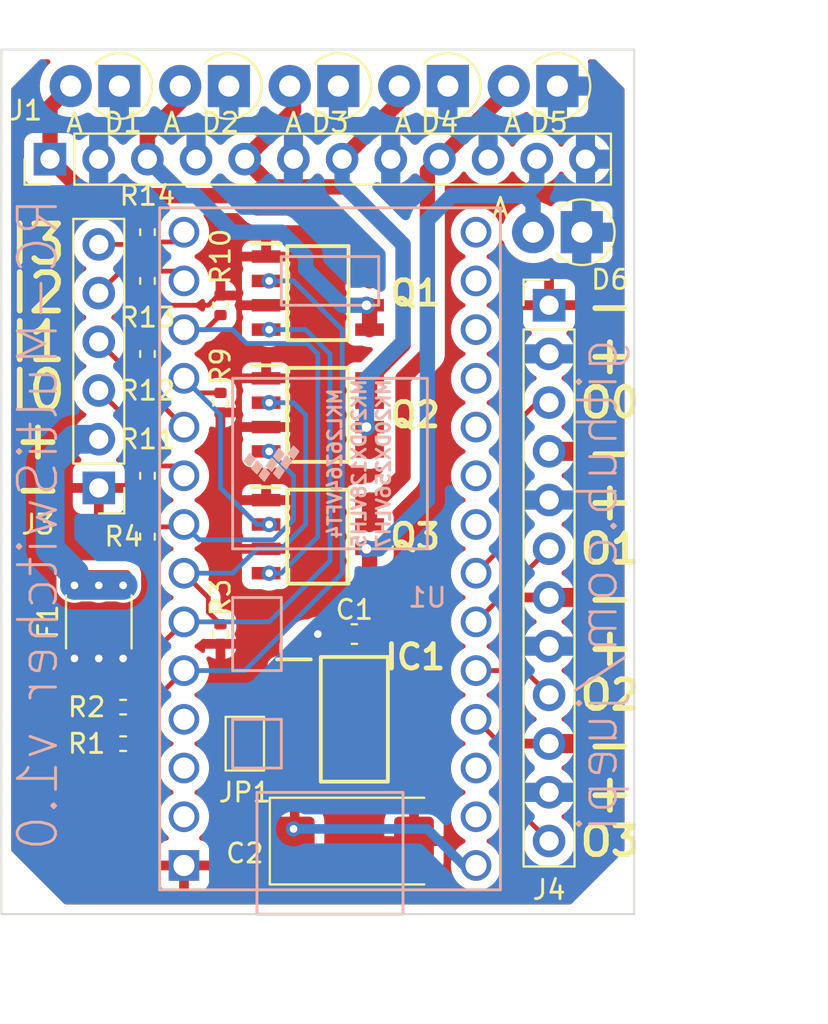
<source format=kicad_pcb>
(kicad_pcb (version 20211014) (generator pcbnew)
  (layers (0 "F.Cu" signal) (31 "B.Cu" signal) (34 "B.Paste" user) (35 "F.Paste" user) (36 "B.SilkS" user "B.Silkscreen") (37 "F.SilkS" user "F.Silkscreen") (38 "B.Mask" user) (39 "F.Mask" user) (44 "Edge.Cuts" user))
  (net 0 "")
  (net 1 "+6V")
  (net 2 "GND")
  (net 3 "+5V")
  (net 4 "/PWR-IN")
  (net 5 "/I-SRV0")
  (net 6 "/I-SRV1")
  (net 7 "/I-SRV2")
  (net 8 "/I-SRV3")
  (net 9 "/O-SRV0")
  (net 10 "/O-SRV1")
  (net 11 "/O-SRV2")
  (net 12 "/O-SRV3")
  (net 25 "Net-(Q1-Pad2)")
  (net 26 "Net-(Q1-Pad4)")
  (net 27 "Net-(Q2-Pad2)")
  (net 28 "Net-(Q2-Pad4)")
  (net 29 "Net-(Q3-Pad2)")
  (net 30 "Net-(Q3-Pad4)")
  (net 31 "/SW1")
  (net 32 "/SW2")
  (net 33 "/SW3")
  (net 34 "/SW4")
  (net 35 "/SW5")
  (net 36 "/SW6")
  (footprint "Diode_THT:D_DO-41_SOD81_P2.54mm_Vertical_AnodeUp" (layer "F.Cu") (at 159.821766 64.135 180)
    (fp_text reference "D5" (at 0.436766 -1.905) (layer "F.SilkS"))
    (fp_text value "1N4001")
    (fp_text user "A" (at 2.341766 -1.905) (layer "F.SilkS"))
    (fp_arc (start 1.251551 1.167366) (mid -1.710877 -0.044974) (end 1.311153 -1.1) (layer "F.SilkS") (width 0.12))
    (pad "1" thru_hole rect (at 0 0 180) (size 2.2 2.2) (drill 1.1) (layers *.Cu *.Mask) (net 1 "+6V"))
    (pad "2" thru_hole oval (at 2.54 0 180) (size 2.2 2.2) (drill 1.1) (layers *.Cu *.Mask) (net 35 "/SW5"))
  )
  (footprint "Diode_THT:D_DO-41_SOD81_P2.54mm_Vertical_AnodeUp" (layer "F.Cu") (at 148.391766 64.135 180)
    (fp_text reference "D3" (at 0.436766 -1.905) (layer "F.SilkS"))
    (fp_text value "1N4001")
    (fp_text user "A" (at 2.341766 -1.905) (layer "F.SilkS"))
    (fp_arc (start 1.251551 1.167366) (mid -1.710877 -0.044974) (end 1.311153 -1.1) (layer "F.SilkS") (width 0.12))
    (pad "1" thru_hole rect (at 0 0 180) (size 2.2 2.2) (drill 1.1) (layers *.Cu *.Mask) (net 1 "+6V"))
    (pad "2" thru_hole oval (at 2.54 0 180) (size 2.2 2.2) (drill 1.1) (layers *.Cu *.Mask) (net 33 "/SW3"))
  )
  (footprint "Diode_THT:D_DO-41_SOD81_P2.54mm_Vertical_AnodeUp" (layer "F.Cu") (at 136.961766 64.135 180)
    (fp_text reference "D1" (at -0.198234 -1.905) (layer "F.SilkS"))
    (fp_text value "1N4001")
    (fp_text user "A" (at 2.341766 -1.905) (layer "F.SilkS"))
    (fp_arc (start 1.251551 1.167366) (mid -1.710877 -0.044974) (end 1.311153 -1.1) (layer "F.SilkS") (width 0.12))
    (pad "1" thru_hole rect (at 0 0 180) (size 2.2 2.2) (drill 1.1) (layers *.Cu *.Mask) (net 1 "+6V"))
    (pad "2" thru_hole oval (at 2.54 0 180) (size 2.2 2.2) (drill 1.1) (layers *.Cu *.Mask) (net 31 "/SW1"))
  )
  (footprint "Resistor_SMD:R_0402_1005Metric" (layer "F.Cu") (at 142.24 75.565 -90)
    (fp_text reference "R10" (at -2.54 0 90) (layer "F.SilkS"))
    (fp_text value "10k")
    (fp_line (start -0.153641 0.38) (end 0.153641 0.38) (layer "F.SilkS") (width 0.12))
    (fp_line (start -0.153641 -0.38) (end 0.153641 -0.38) (layer "F.SilkS") (width 0.12))
    (pad "1" smd roundrect (at -0.51 0 270) (size 0.54 0.64) (layers "F.Cu" "F.Paste" "F.Mask") (net 2 "GND"))
    (pad "2" smd roundrect (at 0.51 0 270) (size 0.54 0.64) (layers "F.Cu" "F.Paste" "F.Mask") (net 30 "Net-(Q3-Pad4)"))
  )
  (footprint "Diode_THT:D_DO-41_SOD81_P2.54mm_Vertical_AnodeUp" (layer "F.Cu") (at 142.676766 64.135 180)
    (fp_text reference "D2" (at 0.436766 -1.905) (layer "F.SilkS"))
    (fp_text value "1N4001")
    (fp_text user "A" (at 2.976766 -1.905) (layer "F.SilkS"))
    (fp_arc (start 1.251551 1.167366) (mid -1.710877 -0.044974) (end 1.311153 -1.1) (layer "F.SilkS") (width 0.12))
    (pad "1" thru_hole rect (at 0 0 180) (size 2.2 2.2) (drill 1.1) (layers *.Cu *.Mask) (net 1 "+6V"))
    (pad "2" thru_hole oval (at 2.54 0 180) (size 2.2 2.2) (drill 1.1) (layers *.Cu *.Mask) (net 32 "/SW2"))
  )
  (footprint "Connector_PinHeader_2.54mm:PinHeader_1x06_P2.54mm_Vertical" (layer "F.Cu") (at 135.89 85.09 180)
    (fp_text reference "J3" (at 3.175 -1.905) (layer "F.SilkS"))
    (fp_text value "Srv_INPUTS")
    (fp_line (start -1.33 1.27) (end 1.33 1.27) (layer "F.SilkS") (width 0.12))
    (fp_line (start -1.33 14.03) (end 1.33 14.03) (layer "F.SilkS") (width 0.12))
    (fp_line (start -1.33 0) (end -1.33 -1.33) (layer "F.SilkS") (width 0.12))
    (fp_line (start 1.33 1.27) (end 1.33 14.03) (layer "F.SilkS") (width 0.12))
    (fp_line (start -1.33 1.27) (end -1.33 14.03) (layer "F.SilkS") (width 0.12))
    (fp_line (start -1.33 -1.33) (end 0 -1.33) (layer "F.SilkS") (width 0.12))
    (pad "1" thru_hole rect (at 0 0 180) (size 1.7 1.7) (drill 1) (layers *.Cu *.Mask) (net 2 "GND"))
    (pad "2" thru_hole oval (at 0 2.54 180) (size 1.7 1.7) (drill 1) (layers *.Cu *.Mask) (net 4 "/PWR-IN"))
    (pad "3" thru_hole oval (at 0 5.08 180) (size 1.7 1.7) (drill 1) (layers *.Cu *.Mask) (net 5 "/I-SRV0"))
    (pad "4" thru_hole oval (at 0 7.62 180) (size 1.7 1.7) (drill 1) (layers *.Cu *.Mask) (net 6 "/I-SRV1"))
    (pad "5" thru_hole oval (at 0 10.16 180) (size 1.7 1.7) (drill 1) (layers *.Cu *.Mask) (net 7 "/I-SRV2"))
    (pad "6" thru_hole oval (at 0 12.7 180) (size 1.7 1.7) (drill 1) (layers *.Cu *.Mask) (net 8 "/I-SRV3"))
  )
  (footprint "Fuse:Fuse_1812_4532Metric" (layer "F.Cu") (at 135.89 92.075 90)
    (fp_text reference "F1" (at 0 -2.65 90) (layer "F.SilkS"))
    (fp_text value "16V/5A")
    (fp_line (start -1.386252 -1.71) (end 1.386252 -1.71) (layer "F.SilkS") (width 0.12))
    (fp_line (start -1.386252 1.71) (end 1.386252 1.71) (layer "F.SilkS") (width 0.12))
    (pad "1" smd roundrect (at -2.1375 0 90) (size 1.125 3.4) (layers "F.Cu" "F.Paste" "F.Mask") (roundrect_rratio 0.2222222222) (net 1 "+6V"))
    (pad "2" smd roundrect (at 2.1375 0 90) (size 1.125 3.4) (layers "F.Cu" "F.Paste" "F.Mask") (roundrect_rratio 0.2222222222) (net 4 "/PWR-IN"))
  )
  (footprint "Connector_PinHeader_2.54mm:PinHeader_1x12_P2.54mm_Vertical" (layer "F.Cu") (at 133.345 67.945 90)
    (fp_text reference "J1" (at 2.54 -1.265 180) (layer "F.SilkS"))
    (fp_text value "Pwr_Outputs")
    (fp_line (start -1.33 29.27) (end 1.33 29.27) (layer "F.SilkS") (width 0.12))
    (fp_line (start 1.33 1.27) (end 1.33 29.27) (layer "F.SilkS") (width 0.12))
    (fp_line (start -1.33 1.27) (end 1.33 1.27) (layer "F.SilkS") (width 0.12))
    (fp_line (start -1.33 0) (end -1.33 -1.33) (layer "F.SilkS") (width 0.12))
    (fp_line (start -1.33 1.27) (end -1.33 29.27) (layer "F.SilkS") (width 0.12))
    (fp_line (start -1.33 -1.33) (end 0 -1.33) (layer "F.SilkS") (width 0.12))
    (pad "1" thru_hole rect (at 0 0 90) (size 1.7 1.7) (drill 1) (layers *.Cu *.Mask) (net 31 "/SW1"))
    (pad "2" thru_hole oval (at 0 2.54 90) (size 1.7 1.7) (drill 1) (layers *.Cu *.Mask) (net 1 "+6V"))
    (pad "3" thru_hole oval (at 0 5.08 90) (size 1.7 1.7) (drill 1) (layers *.Cu *.Mask) (net 32 "/SW2"))
    (pad "4" thru_hole oval (at 0 7.62 90) (size 1.7 1.7) (drill 1) (layers *.Cu *.Mask) (net 1 "+6V"))
    (pad "5" thru_hole oval (at 0 10.16 90) (size 1.7 1.7) (drill 1) (layers *.Cu *.Mask) (net 33 "/SW3"))
    (pad "6" thru_hole oval (at 0 12.7 90) (size 1.7 1.7) (drill 1) (layers *.Cu *.Mask) (net 1 "+6V"))
    (pad "7" thru_hole oval (at 0 15.24 90) (size 1.7 1.7) (drill 1) (layers *.Cu *.Mask) (net 34 "/SW4"))
    (pad "8" thru_hole oval (at 0 17.78 90) (size 1.7 1.7) (drill 1) (layers *.Cu *.Mask) (net 1 "+6V"))
    (pad "9" thru_hole oval (at 0 20.32 90) (size 1.7 1.7) (drill 1) (layers *.Cu *.Mask) (net 35 "/SW5"))
    (pad "10" thru_hole oval (at 0 22.86 90) (size 1.7 1.7) (drill 1) (layers *.Cu *.Mask) (net 1 "+6V"))
    (pad "11" thru_hole oval (at 0 25.4 90) (size 1.7 1.7) (drill 1) (layers *.Cu *.Mask) (net 36 "/SW6"))
    (pad "12" thru_hole oval (at 0 27.94 90) (size 1.7 1.7) (drill 1) (layers *.Cu *.Mask) (net 1 "+6V"))
  )
  (footprint "Resistor_SMD:R_0402_1005Metric" (layer "F.Cu") (at 138.43 71.755 -90)
    (fp_text reference "R14" (at -1.905 0 180) (layer "F.SilkS"))
    (fp_text value "10k")
    (fp_line (start -0.153641 0.38) (end 0.153641 0.38) (layer "F.SilkS") (width 0.12))
    (fp_line (start -0.153641 -0.38) (end 0.153641 -0.38) (layer "F.SilkS") (width 0.12))
    (pad "1" smd roundrect (at -0.51 0 270) (size 0.54 0.64) (layers "F.Cu" "F.Paste" "F.Mask") (net 2 "GND"))
    (pad "2" smd roundrect (at 0.51 0 270) (size 0.54 0.64) (layers "F.Cu" "F.Paste" "F.Mask") (net 8 "/I-SRV3"))
  )
  (footprint "Capacitor_SMD:C_0603_1608Metric" (layer "F.Cu") (at 149.225 92.71)
    (fp_text reference "C1" (at 0 -1.27) (layer "F.SilkS"))
    (fp_text value "470nF/50V")
    (fp_line (start -0.14058 -0.51) (end 0.14058 -0.51) (layer "F.SilkS") (width 0.12))
    (fp_line (start -0.14058 0.51) (end 0.14058 0.51) (layer "F.SilkS") (width 0.12))
    (pad "1" smd roundrect (at -0.775 0) (size 0.9 0.95) (layers "F.Cu" "F.Paste" "F.Mask") (net 1 "+6V"))
    (pad "2" smd roundrect (at 0.775 0) (size 0.9 0.95) (layers "F.Cu" "F.Paste" "F.Mask") (net 2 "GND"))
  )
  (footprint "Connector_PinHeader_2.54mm:PinHeader_1x12_P2.54mm_Vertical" (layer "F.Cu") (at 159.385 75.56)
    (fp_text reference "J4" (at 0 30.485) (layer "F.SilkS"))
    (fp_text value "Srv_OUTPUTS")
    (fp_line (start -1.33 0) (end -1.33 -1.33) (layer "F.SilkS") (width 0.12))
    (fp_line (start -1.33 -1.33) (end 0 -1.33) (layer "F.SilkS") (width 0.12))
    (fp_line (start 1.33 1.27) (end 1.33 29.27) (layer "F.SilkS") (width 0.12))
    (fp_line (start -1.33 29.27) (end 1.33 29.27) (layer "F.SilkS") (width 0.12))
    (fp_line (start -1.33 1.27) (end -1.33 29.27) (layer "F.SilkS") (width 0.12))
    (fp_line (start -1.33 1.27) (end 1.33 1.27) (layer "F.SilkS") (width 0.12))
    (pad "1" thru_hole rect (at 0 0) (size 1.7 1.7) (drill 1) (layers *.Cu *.Mask) (net 2 "GND"))
    (pad "2" thru_hole oval (at 0 2.54) (size 1.7 1.7) (drill 1) (layers *.Cu *.Mask) (net 1 "+6V"))
    (pad "3" thru_hole oval (at 0 5.08) (size 1.7 1.7) (drill 1) (layers *.Cu *.Mask) (net 9 "/O-SRV0"))
    (pad "4" thru_hole oval (at 0 7.62) (size 1.7 1.7) (drill 1) (layers *.Cu *.Mask) (net 2 "GND"))
    (pad "5" thru_hole oval (at 0 10.16) (size 1.7 1.7) (drill 1) (layers *.Cu *.Mask) (net 1 "+6V"))
    (pad "6" thru_hole oval (at 0 12.7) (size 1.7 1.7) (drill 1) (layers *.Cu *.Mask) (net 10 "/O-SRV1"))
    (pad "7" thru_hole oval (at 0 15.24) (size 1.7 1.7) (drill 1) (layers *.Cu *.Mask) (net 2 "GND"))
    (pad "8" thru_hole oval (at 0 17.78) (size 1.7 1.7) (drill 1) (layers *.Cu *.Mask) (net 1 "+6V"))
    (pad "9" thru_hole oval (at 0 20.32) (size 1.7 1.7) (drill 1) (layers *.Cu *.Mask) (net 11 "/O-SRV2"))
    (pad "10" thru_hole oval (at 0 22.86) (size 1.7 1.7) (drill 1) (layers *.Cu *.Mask) (net 2 "GND"))
    (pad "11" thru_hole oval (at 0 25.4) (size 1.7 1.7) (drill 1) (layers *.Cu *.Mask) (net 1 "+6V"))
    (pad "12" thru_hole oval (at 0 27.94) (size 1.7 1.7) (drill 1) (layers *.Cu *.Mask) (net 12 "/O-SRV3"))
  )
  (footprint "Proj-Footprints:SOIC127P600X175-8N" (layer "F.Cu") (at 147.32 87.63)
    (fp_text reference "Q3" (at 5.08 0) (layer "F.SilkS") (effects (font (size 1.27 1.27) (thickness 0.254))))
    (fp_text value "DMG9926USD-13" hide)
    (fp_line (start 1.6 -2.45) (end 1.6 2.45) (layer "F.SilkS") (width 0.2))
    (fp_line (start -1.6 2.45) (end -1.6 -2.45) (layer "F.SilkS") (width 0.2))
    (fp_line (start -1.6 -2.45) (end 1.6 -2.45) (layer "F.SilkS") (width 0.2))
    (fp_line (start -3.45 -2.58) (end -1.95 -2.58) (layer "F.SilkS") (width 0.2))
    (fp_line (start 1.6 2.45) (end -1.6 2.45) (layer "F.SilkS") (width 0.2))
    (pad "1" smd rect (at -2.7 -1.905 90) (size 0.65 1.5) (layers "F.Cu" "F.Paste" "F.Mask") (net 2 "GND"))
    (pad "2" smd rect (at -2.7 -0.635 90) (size 0.65 1.5) (layers "F.Cu" "F.Paste" "F.Mask") (net 29 "Net-(Q3-Pad2)"))
    (pad "3" smd rect (at -2.7 0.635 90) (size 0.65 1.5) (layers "F.Cu" "F.Paste" "F.Mask") (net 2 "GND"))
    (pad "4" smd rect (at -2.7 1.905 90) (size 0.65 1.5) (layers "F.Cu" "F.Paste" "F.Mask") (net 30 "Net-(Q3-Pad4)"))
    (pad "5" smd rect (at 2.7 1.905 90) (size 0.65 1.5) (layers "F.Cu" "F.Paste" "F.Mask") (net 36 "/SW6"))
    (pad "6" smd rect (at 2.7 0.635 90) (size 0.65 1.5) (layers "F.Cu" "F.Paste" "F.Mask") (net 36 "/SW6"))
    (pad "7" smd rect (at 2.7 -0.635 90) (size 0.65 1.5) (layers "F.Cu" "F.Paste" "F.Mask") (net 35 "/SW5"))
    (pad "8" smd rect (at 2.7 -1.905 90) (size 0.65 1.5) (layers "F.Cu" "F.Paste" "F.Mask") (net 35 "/SW5"))
  )
  (footprint "Resistor_SMD:R_0402_1005Metric" (layer "F.Cu") (at 138.43 78.105 -90)
    (fp_text reference "R12" (at 1.905 0 180) (layer "F.SilkS"))
    (fp_text value "10k")
    (fp_line (start -0.153641 -0.38) (end 0.153641 -0.38) (layer "F.SilkS") (width 0.12))
    (fp_line (start -0.153641 0.38) (end 0.153641 0.38) (layer "F.SilkS") (width 0.12))
    (pad "1" smd roundrect (at -0.51 0 270) (size 0.54 0.64) (layers "F.Cu" "F.Paste" "F.Mask") (net 2 "GND"))
    (pad "2" smd roundrect (at 0.51 0 270) (size 0.54 0.64) (layers "F.Cu" "F.Paste" "F.Mask") (net 6 "/I-SRV1"))
  )
  (footprint "Resistor_SMD:R_0402_1005Metric" (layer "F.Cu") (at 142.24 80.645 90)
    (fp_text reference "R9" (at 1.905 0 90) (layer "F.SilkS"))
    (fp_text value "10k")
    (fp_line (start -0.153641 -0.38) (end 0.153641 -0.38) (layer "F.SilkS") (width 0.12))
    (fp_line (start -0.153641 0.38) (end 0.153641 0.38) (layer "F.SilkS") (width 0.12))
    (pad "1" smd roundrect (at -0.51 0 90) (size 0.54 0.64) (layers "F.Cu" "F.Paste" "F.Mask") (net 2 "GND"))
    (pad "2" smd roundrect (at 0.51 0 90) (size 0.54 0.64) (layers "F.Cu" "F.Paste" "F.Mask") (net 29 "Net-(Q3-Pad2)"))
  )
  (footprint "Resistor_SMD:R_0402_1005Metric" (layer "F.Cu") (at 142.24 92.71 90)
    (fp_text reference "R3" (at 1.905 0 90) (layer "F.SilkS"))
    (fp_text value "10k")
    (fp_line (start -0.153641 0.38) (end 0.153641 0.38) (layer "F.SilkS") (width 0.12))
    (fp_line (start -0.153641 -0.38) (end 0.153641 -0.38) (layer "F.SilkS") (width 0.12))
    (pad "1" smd roundrect (at -0.51 0 90) (size 0.54 0.64) (layers "F.Cu" "F.Paste" "F.Mask") (net 2 "GND"))
    (pad "2" smd roundrect (at 0.51 0 90) (size 0.54 0.64) (layers "F.Cu" "F.Paste" "F.Mask") (net 27 "Net-(Q2-Pad2)"))
  )
  (footprint "Resistor_SMD:R_0402_1005Metric" (layer "F.Cu") (at 137.16 96.52)
    (fp_text reference "R2" (at -1.905 0) (layer "F.SilkS"))
    (fp_text value "10k")
    (fp_line (start -0.153641 0.38) (end 0.153641 0.38) (layer "F.SilkS") (width 0.12))
    (fp_line (start -0.153641 -0.38) (end 0.153641 -0.38) (layer "F.SilkS") (width 0.12))
    (pad "1" smd roundrect (at -0.51 0) (size 0.54 0.64) (layers "F.Cu" "F.Paste" "F.Mask") (net 2 "GND"))
    (pad "2" smd roundrect (at 0.51 0) (size 0.54 0.64) (layers "F.Cu" "F.Paste" "F.Mask") (net 26 "Net-(Q1-Pad4)"))
  )
  (footprint "Proj-Footprints:SOIC127P600X175-8N" (layer "F.Cu") (at 147.32 81.28)
    (fp_text reference "Q2" (at 5.08 0) (layer "F.SilkS") (effects (font (size 1.27 1.27) (thickness 0.254))))
    (fp_text value "DMG9926USD-13" hide)
    (fp_line (start -3.45 -2.58) (end -1.95 -2.58) (layer "F.SilkS") (width 0.2))
    (fp_line (start -1.6 -2.45) (end 1.6 -2.45) (layer "F.SilkS") (width 0.2))
    (fp_line (start 1.6 -2.45) (end 1.6 2.45) (layer "F.SilkS") (width 0.2))
    (fp_line (start -1.6 2.45) (end -1.6 -2.45) (layer "F.SilkS") (width 0.2))
    (fp_line (start 1.6 2.45) (end -1.6 2.45) (layer "F.SilkS") (width 0.2))
    (pad "1" smd rect (at -2.7 -1.905 90) (size 0.65 1.5) (layers "F.Cu" "F.Paste" "F.Mask") (net 2 "GND"))
    (pad "2" smd rect (at -2.7 -0.635 90) (size 0.65 1.5) (layers "F.Cu" "F.Paste" "F.Mask") (net 27 "Net-(Q2-Pad2)"))
    (pad "3" smd rect (at -2.7 0.635 90) (size 0.65 1.5) (layers "F.Cu" "F.Paste" "F.Mask") (net 2 "GND"))
    (pad "4" smd rect (at -2.7 1.905 90) (size 0.65 1.5) (layers "F.Cu" "F.Paste" "F.Mask") (net 28 "Net-(Q2-Pad4)"))
    (pad "5" smd rect (at 2.7 1.905 90) (size 0.65 1.5) (layers "F.Cu" "F.Paste" "F.Mask") (net 34 "/SW4"))
    (pad "6" smd rect (at 2.7 0.635 90) (size 0.65 1.5) (layers "F.Cu" "F.Paste" "F.Mask") (net 34 "/SW4"))
    (pad "7" smd rect (at 2.7 -0.635 90) (size 0.65 1.5) (layers "F.Cu" "F.Paste" "F.Mask") (net 33 "/SW3"))
    (pad "8" smd rect (at 2.7 -1.905 90) (size 0.65 1.5) (layers "F.Cu" "F.Paste" "F.Mask") (net 33 "/SW3"))
  )
  (footprint "Resistor_SMD:R_0402_1005Metric" (layer "F.Cu") (at 137.16 98.425)
    (fp_text reference "R1" (at -1.905 0) (layer "F.SilkS"))
    (fp_text value "10k")
    (fp_line (start -0.153641 0.38) (end 0.153641 0.38) (layer "F.SilkS") (width 0.12))
    (fp_line (start -0.153641 -0.38) (end 0.153641 -0.38) (layer "F.SilkS") (width 0.12))
    (pad "1" smd roundrect (at -0.51 0) (size 0.54 0.64) (layers "F.Cu" "F.Paste" "F.Mask") (net 2 "GND"))
    (pad "2" smd roundrect (at 0.51 0) (size 0.54 0.64) (layers "F.Cu" "F.Paste" "F.Mask") (net 25 "Net-(Q1-Pad2)"))
  )
  (footprint "Diode_THT:D_DO-41_SOD81_P2.54mm_Vertical_AnodeUp" (layer "F.Cu") (at 161.091766 71.755 180)
    (fp_text reference "D6" (at -1.468234 -2.475) (layer "F.SilkS"))
    (fp_text value "1N4001")
    (fp_text user "A" (at 4.246766 1.27) (layer "F.SilkS"))
    (fp_arc (start 1.251551 1.167366) (mid -1.710877 -0.044974) (end 1.311153 -1.1) (layer "F.SilkS") (width 0.12))
    (pad "1" thru_hole rect (at 0 0 180) (size 2.2 2.2) (drill 1.1) (layers *.Cu *.Mask) (net 1 "+6V"))
    (pad "2" thru_hole oval (at 2.54 0 180) (size 2.2 2.2) (drill 1.1) (layers *.Cu *.Mask) (net 36 "/SW6"))
  )
  (footprint "Proj-Footprints:SOT230P700X180-4N" (layer "F.Cu") (at 149.225 97.155)
    (fp_text reference "IC1" (at 3.175 -3.25) (layer "F.SilkS") (effects (font (size 1.27 1.27) (thickness 0.254))))
    (fp_text value "LM2940IMP-5.0_NOPB" hide)
    (fp_line (start -4.025 -3.125) (end -2.275 -3.125) (layer "F.SilkS") (width 0.2))
    (fp_line (start 1.75 3.25) (end -1.75 3.25) (layer "F.SilkS") (width 0.2))
    (fp_line (start -1.75 -3.25) (end 1.75 -3.25) (layer "F.SilkS") (width 0.2))
    (fp_line (start -1.75 3.25) (end -1.75 -3.25) (layer "F.SilkS") (width 0.2))
    (fp_line (start 1.75 -3.25) (end 1.75 3.25) (layer "F.SilkS") (width 0.2))
    (pad "1" smd rect (at -3.15 -2.3 90) (size 0.95 1.75) (layers "F.Cu" "F.Paste" "F.Mask") (net 1 "+6V"))
    (pad "2" smd rect (at -3.15 0 90) (size 0.95 1.75) (layers "F.Cu" "F.Paste" "F.Mask") (net 2 "GND"))
    (pad "3" smd rect (at -3.15 2.3 90) (size 0.95 1.75) (layers "F.Cu" "F.Paste" "F.Mask") (net 3 "+5V"))
    (pad "4" smd rect (at 3.15 0) (size 1.75 3.2) (layers "F.Cu" "F.Paste" "F.Mask") (net 2 "GND"))
  )
  (footprint "Proj-Footprints:SOIC127P600X175-8N" (layer "F.Cu") (at 147.32 74.93)
    (fp_text reference "Q1" (at 5.08 0) (layer "F.SilkS") (effects (font (size 1.27 1.27) (thickness 0.254))))
    (fp_text value "DMG9926USD-13" hide)
    (fp_line (start 1.6 -2.45) (end 1.6 2.45) (layer "F.SilkS") (width 0.2))
    (fp_line (start -1.6 2.45) (end -1.6 -2.45) (layer "F.SilkS") (width 0.2))
    (fp_line (start -1.6 -2.45) (end 1.6 -2.45) (layer "F.SilkS") (width 0.2))
    (fp_line (start 1.6 2.45) (end -1.6 2.45) (layer "F.SilkS") (width 0.2))
    (fp_line (start -3.45 -2.58) (end -1.95 -2.58) (layer "F.SilkS") (width 0.2))
    (pad "1" smd rect (at -2.7 -1.905 90) (size 0.65 1.5) (layers "F.Cu" "F.Paste" "F.Mask") (net 2 "GND"))
    (pad "2" smd rect (at -2.7 -0.635 90) (size 0.65 1.5) (layers "F.Cu" "F.Paste" "F.Mask") (net 25 "Net-(Q1-Pad2)"))
    (pad "3" smd rect (at -2.7 0.635 90) (size 0.65 1.5) (layers "F.Cu" "F.Paste" "F.Mask") (net 2 "GND"))
    (pad "4" smd rect (at -2.7 1.905 90) (size 0.65 1.5) (layers "F.Cu" "F.Paste" "F.Mask") (net 26 "Net-(Q1-Pad4)"))
    (pad "5" smd rect (at 2.7 1.905 90) (size 0.65 1.5) (layers "F.Cu" "F.Paste" "F.Mask") (net 32 "/SW2"))
    (pad "6" smd rect (at 2.7 0.635 90) (size 0.65 1.5) (layers "F.Cu" "F.Paste" "F.Mask") (net 32 "/SW2"))
    (pad "7" smd rect (at 2.7 -0.635 90) (size 0.65 1.5) (layers "F.Cu" "F.Paste" "F.Mask") (net 31 "/SW1"))
    (pad "8" smd rect (at 2.7 -1.905 90) (size 0.65 1.5) (layers "F.Cu" "F.Paste" "F.Mask") (net 31 "/SW1"))
  )
  (footprint "Capacitor_Tantalum_SMD:CP_EIA-7343-31_Kemet-D" (layer "F.Cu") (at 149.225 103.505)
    (fp_text reference "C2" (at -5.715 0.635) (layer "F.SilkS"))
    (fp_text value "100µF/16V")
    (fp_line (start -4.41 2.26) (end 3.65 2.26) (layer "F.SilkS") (width 0.12))
    (fp_line (start -4.41 -2.26) (end -4.41 2.26) (layer "F.SilkS") (width 0.12))
    (fp_line (start 3.65 -2.26) (end -4.41 -2.26) (layer "F.SilkS") (width 0.12))
    (pad "1" smd roundrect (at -3.1125 0) (size 2.075 2.55) (layers "F.Cu" "F.Paste" "F.Mask") (roundrect_rratio 0.1204819277) (net 3 "+5V"))
    (pad "2" smd roundrect (at 3.1125 0) (size 2.075 2.55) (layers "F.Cu" "F.Paste" "F.Mask") (roundrect_rratio 0.1204819277) (net 2 "GND"))
  )
  (footprint "Diode_THT:D_DO-41_SOD81_P2.54mm_Vertical_AnodeUp" (layer "F.Cu") (at 154.106766 64.135 180)
    (fp_text reference "D4" (at 0.436766 -1.905) (layer "F.SilkS"))
    (fp_text value "1N4001")
    (fp_text user "A" (at 2.341766 -1.905) (layer "F.SilkS"))
    (fp_arc (start 1.251551 1.167366) (mid -1.710877 -0.044974) (end 1.311153 -1.1) (layer "F.SilkS") (width 0.12))
    (pad "1" thru_hole rect (at 0 0 180) (size 2.2 2.2) (drill 1.1) (layers *.Cu *.Mask) (net 1 "+6V"))
    (pad "2" thru_hole oval (at 2.54 0 180) (size 2.2 2.2) (drill 1.1) (layers *.Cu *.Mask) (net 34 "/SW4"))
  )
  (footprint "Jumper:SolderJumper-2_P1.3mm_Open_Pad1.0x1.5mm" (layer "F.Cu") (at 143.51 98.425 -90)
    (fp_text reference "JP1" (at 2.54 0 180) (layer "F.SilkS"))
    (fp_text value " ")
    (fp_line (start -1.4 -1) (end 1.4 -1) (layer "F.SilkS") (width 0.12))
    (fp_line (start -1.4 1) (end -1.4 -1) (layer "F.SilkS") (width 0.12))
    (fp_line (start 1.4 1) (end -1.4 1) (layer "F.SilkS") (width 0.12))
    (fp_line (start 1.4 -1) (end 1.4 1) (layer "F.SilkS") (width 0.12))
    (pad "1" smd rect (at -0.65 0 270) (size 1 1.5) (layers "F.Cu" "F.Mask") (net 1 "+6V"))
    (pad "2" smd rect (at 0.65 0 270) (size 1 1.5) (layers "F.Cu" "F.Mask") (net 3 "+5V"))
  )
  (footprint "Resistor_SMD:R_0402_1005Metric" (layer "F.Cu") (at 138.43 84.455 90)
    (fp_text reference "R11" (at 1.905 0 180) (layer "F.SilkS"))
    (fp_text value "10k")
    (fp_line (start -0.153641 0.38) (end 0.153641 0.38) (layer "F.SilkS") (width 0.12))
    (fp_line (start -0.153641 -0.38) (end 0.153641 -0.38) (layer "F.SilkS") (width 0.12))
    (pad "1" smd roundrect (at -0.51 0 90) (size 0.54 0.64) (layers "F.Cu" "F.Paste" "F.Mask") (net 2 "GND"))
    (pad "2" smd roundrect (at 0.51 0 90) (size 0.54 0.64) (layers "F.Cu" "F.Paste" "F.Mask") (net 5 "/I-SRV0"))
  )
  (footprint "Resistor_SMD:R_0402_1005Metric" (layer "F.Cu") (at 138.43 87.63 90)
    (fp_text reference "R4" (at 0 -1.27 180) (layer "F.SilkS"))
    (fp_text value "10k")
    (fp_line (start -0.153641 0.38) (end 0.153641 0.38) (layer "F.SilkS") (width 0.12))
    (fp_line (start -0.153641 -0.38) (end 0.153641 -0.38) (layer "F.SilkS") (width 0.12))
    (pad "1" smd roundrect (at -0.51 0 90) (size 0.54 0.64) (layers "F.Cu" "F.Paste" "F.Mask") (net 2 "GND"))
    (pad "2" smd roundrect (at 0.51 0 90) (size 0.54 0.64) (layers "F.Cu" "F.Paste" "F.Mask") (net 28 "Net-(Q2-Pad4)"))
  )
  (footprint "Resistor_SMD:R_0402_1005Metric" (layer "F.Cu") (at 138.43 74.295 90)
    (fp_text reference "R13" (at -1.905 0 180) (layer "F.SilkS"))
    (fp_text value "10k")
    (fp_line (start -0.153641 0.38) (end 0.153641 0.38) (layer "F.SilkS") (width 0.12))
    (fp_line (start -0.153641 -0.38) (end 0.153641 -0.38) (layer "F.SilkS") (width 0.12))
    (pad "1" smd roundrect (at -0.51 0 90) (size 0.54 0.64) (layers "F.Cu" "F.Paste" "F.Mask") (net 2 "GND"))
    (pad "2" smd roundrect (at 0.51 0 90) (size 0.54 0.64) (layers "F.Cu" "F.Paste" "F.Mask") (net 7 "/I-SRV2"))
  )
  (footprint "Proj-Footprints:Teensy30_31_32_LC_Minimal" (layer "B.Cu") (at 147.955 88.265 90)
    (fp_text reference "U1" (at -2.54 5.08 180) (layer "B.SilkS") (effects (justify mirror)))
    (fp_text value "Teensy3.1_Minimal")
    (fp_text user "MK20DX256VLH7" (at 4.445 2.794 270) (layer "B.SilkS") (effects (font (size 0.7 0.7)) (justify mirror)))
    (fp_text user "MK20DX128VLH5" (at 4.445 1.524 270) (layer "B.SilkS") (effects (font (size 0.7 0.7)) (justify mirror)))
    (fp_text user "MKL26Z64VFT4" (at 4.445 0.254 270) (layer "B.SilkS") (effects (font (size 0.7 0.7)) (justify mirror)))
    (fp_line (start -12.7 -3.81) (end -12.7 3.81) (layer "B.SilkS") (width 0.15))
    (fp_line (start 0 5.08) (end 0 -5.08) (layer "B.SilkS") (width 0.15))
    (fp_line (start 15.24 -2.54) (end 12.7 -2.54) (layer "B.SilkS") (width 0.15))
    (fp_line (start -12.7 -3.81) (end -17.78 -3.81) (layer "B.SilkS") (width 0.15))
    (fp_line (start -11.43 -5.08) (end -8.89 -5.08) (layer "B.SilkS") (width 0.15))
    (fp_line (start -19.05 3.81) (end -17.78 3.81) (layer "B.SilkS") (width 0.15))
    (fp_line (start 12.7 -2.54) (end 12.7 2.54) (layer "B.SilkS") (width 0.15))
    (fp_line (start 17.78 -8.89) (end -17.78 -8.89) (layer "B.SilkS") (width 0.15))
    (fp_line (start -6.35 -5.08) (end -2.54 -5.08) (layer "B.SilkS") (width 0.15))
    (fp_line (start -2.54 -2.54) (end -6.35 -2.54) (layer "B.SilkS") (width 0.15))
    (fp_line (start -8.89 -5.08) (end -8.89 -2.54) (layer "B.SilkS") (width 0.15))
    (fp_line (start -17.78 8.89) (end 17.78 8.89) (layer "B.SilkS") (width 0.15))
    (fp_line (start 17.78 8.89) (end 17.78 -8.89) (layer "B.SilkS") (width 0.15))
    (fp_line (start -6.35 -2.54) (end -6.35 -5.08) (layer "B.SilkS") (width 0.15))
    (fp_line (start 8.89 -5.08) (end 8.89 5.08) (layer "B.SilkS") (width 0.15))
    (fp_line (start -19.05 -3.81) (end -19.05 3.81) (layer "B.SilkS") (width 0.15))
    (fp_line (start 8.89 -5.08) (end 0 -5.08) (layer "B.SilkS") (width 0.15))
    (fp_line (start -8.89 -2.54) (end -11.43 -2.54) (layer "B.SilkS") (width 0.15))
    (fp_line (start 12.7 2.54) (end 15.24 2.54) (layer "B.SilkS") (width 0.15))
    (fp_line (start -12.7 3.81) (end -17.78 3.81) (layer "B.SilkS") (width 0.15))
    (fp_line (start -11.43 -2.54) (end -11.43 -5.08) (layer "B.SilkS") (width 0.15))
    (fp_line (start -17.78 -8.89) (end -17.78 8.89) (layer "B.SilkS") (width 0.15))
    (fp_line (start -2.54 -5.08) (end -2.54 -2.54) (layer "B.SilkS") (width 0.15))
    (fp_line (start -17.78 -3.81) (end -19.05 -3.81) (layer "B.SilkS") (width 0.15))
    (fp_line (start 15.24 2.54) (end 15.24 -2.54) (layer "B.SilkS") (width 0.15))
    (fp_line (start 8.89 5.08) (end 0 5.08) (layer "B.SilkS") (width 0.15))
    (fp_poly (pts (xy 4.572 -4.445) (xy 4.318 -4.191) (xy 4.699 -3.937) (xy 4.953 -4.191)) (layer "B.SilkS") (width 0.1) (fill solid))
    (fp_poly (pts (xy 4.953 -2.159) (xy 4.699 -1.905) (xy 5.08 -1.651) (xy 5.334 -1.905)) (layer "B.SilkS") (width 0.1) (fill solid))
    (fp_poly (pts (xy 3.937 -2.921) (xy 3.683 -2.667) (xy 4.064 -2.413) (xy 4.318 -2.667)) (layer "B.SilkS") (width 0.1) (fill solid))
    (fp_poly (pts (xy 4.191 -4.064) (xy 3.937 -3.81) (xy 4.318 -3.556) (xy 4.572 -3.81)) (layer "B.SilkS") (width 0.1) (fill solid))
    (fp_poly (pts (xy 4.445 -2.54) (xy 4.191 -2.286) (xy 4.572 -2.032) (xy 4.826 -2.286)) (layer "B.SilkS") (width 0.1) (fill solid))
    (fp_poly (pts (xy 4.826 -2.921) (xy 4.572 -2.667) (xy 4.953 -2.413) (xy 5.207 -2.667)) (layer "B.SilkS") (width 0.1) (fill solid))
    (fp_poly (pts (xy 4.318 -3.302) (xy 4.064 -3.048) (xy 4.445 -2.794) (xy 4.699 -3.048)) (layer "B.SilkS") (width 0.1) (fill solid))
    (fp_poly (pts (xy 3.81 -3.683) (xy 3.556 -3.429) (xy 3.937 -3.175) (xy 4.191 -3.429)) (layer "B.SilkS") (width 0.1) (fill solid))
    (pad "1" thru_hole rect (at -16.51 -7.62 90) (size 1.6 1.6) (drill 1.1) (layers *.Cu *.Mask) (net 2 "GND"))
    (pad "2" thru_hole circle (at -13.97 -7.62 90) (size 1.6 1.6) (drill 1.1) (layers *.Cu *.Mask))
    (pad "3" thru_hole circle (at -11.43 -7.62 90) (size 1.6 1.6) (drill 1.1) (layers *.Cu *.Mask))
    (pad "4" thru_hole circle (at -8.89 -7.62 90) (size 1.6 1.6) (drill 1.1) (layers *.Cu *.Mask))
    (pad "5" thru_hole circle (at -6.35 -7.62 90) (size 1.6 1.6) (drill 1.1) (layers *.Cu *.Mask) (net 25 "Net-(Q1-Pad2)"))
    (pad "6" thru_hole circle (at -3.81 -7.62 90) (size 1.6 1.6) (drill 1.1) (layers *.Cu *.Mask) (net 26 "Net-(Q1-Pad4)"))
    (pad "7" thru_hole circle (at -1.27 -7.62 90) (size 1.6 1.6) (drill 1.1) (layers *.Cu *.Mask) (net 27 "Net-(Q2-Pad2)"))
    (pad "8" thru_hole circle (at 1.27 -7.62 90) (size 1.6 1.6) (drill 1.1) (layers *.Cu *.Mask) (net 28 "Net-(Q2-Pad4)"))
    (pad "9" thru_hole circle (at 3.81 -7.62 90) (size 1.6 1.6) (drill 1.1) (layers *.Cu *.Mask) (net 5 "/I-SRV0"))
    (pad "10" thru_hole circle (at 6.35 -7.62 90) (size 1.6 1.6) (drill 1.1) (layers *.Cu *.Mask) (net 6 "/I-SRV1"))
    (pad "11" thru_hole circle (at 8.89 -7.62 90) (size 1.6 1.6) (drill 1.1) (layers *.Cu *.Mask) (net 29 "Net-(Q3-Pad2)"))
    (pad "12" thru_hole circle (at 11.43 -7.62 90) (size 1.6 1.6) (drill 1.1) (layers *.Cu *.Mask) (net 30 "Net-(Q3-Pad4)"))
    (pad "13" thru_hole circle (at 13.97 -7.62 90) (size 1.6 1.6) (drill 1.1) (layers *.Cu *.Mask) (net 7 "/I-SRV2"))
    (pad "14" thru_hole circle (at 16.51 -7.62 90) (size 1.6 1.6) (drill 1.1) (layers *.Cu *.Mask) (net 8 "/I-SRV3"))
    (pad "20" thru_hole circle (at 16.51 7.62 90) (size 1.6 1.6) (drill 1.1) (layers *.Cu *.Mask))
    (pad "21" thru_hole circle (at 13.97 7.62 90) (size 1.6 1.6) (drill 1.1) (layers *.Cu *.Mask))
    (pad "22" thru_hole circle (at 11.43 7.62 90) (size 1.6 1.6) (drill 1.1) (layers *.Cu *.Mask))
    (pad "23" thru_hole circle (at 8.89 7.62 90) (size 1.6 1.6) (drill 1.1) (layers *.Cu *.Mask))
    (pad "24" thru_hole circle (at 6.35 7.62 90) (size 1.6 1.6) (drill 1.1) (layers *.Cu *.Mask))
    (pad "25" thru_hole circle (at 3.81 7.62 90) (size 1.6 1.6) (drill 1.1) (layers *.Cu *.Mask))
    (pad "26" thru_hole circle (at 1.27 7.62 90) (size 1.6 1.6) (drill 1.1) (layers *.Cu *.Mask))
    (pad "27" thru_hole circle (at -1.27 7.62 90) (size 1.6 1.6) (drill 1.1) (layers *.Cu *.Mask) (net 9 "/O-SRV0"))
    (pad "28" thru_hole circle (at -3.81 7.62 90) (size 1.6 1.6) (drill 1.1) (layers *.Cu *.Mask) (net 10 "/O-SRV1"))
    (pad "29" thru_hole circle (at -6.35 7.62 90) (size 1.6 1.6) (drill 1.1) (layers *.Cu *.Mask) (net 11 "/O-SRV2"))
    (pad "30" thru_hole circle (at -8.89 7.62 90) (size 1.6 1.6) (drill 1.1) (layers *.Cu *.Mask) (net 12 "/O-SRV3"))
    (pad "31" thru_hole circle (at -11.43 7.62 90) (size 1.6 1.6) (drill 1.1) (layers *.Cu *.Mask))
    (pad "32" thru_hole circle (at -13.97 7.62 90) (size 1.6 1.6) (drill 1.1) (layers *.Cu *.Mask))
    (pad "33" thru_hole circle (at -16.51 7.62 90) (size 1.6 1.6) (drill 1.1) (layers *.Cu *.Mask) (net 3 "+5V"))
  )
  (gr_rect (start 130.81 62.23) (end 163.83 107.315) (layer "Edge.Cuts") (width 0.1) (fill none))
  (gr_text "RC-MultiSwitcher v1.0" (at 132.715 86.995 90) (layer "B.SilkS") (effects (font (size 2 2)) (justify mirror)))
  (gr_text "github.com/juepi" (at 161.925 90.17 90) (layer "B.SilkS") (effects (font (size 2 2)) (justify mirror)))
  (gr_text "-" (at 162.56 75.565) (layer "F.SilkS") (effects (font (size 2 2) (thickness 0.3))))
  (gr_text "+" (at 162.56 78.105) (layer "F.SilkS") (effects (font (size 2 2) (thickness 0.3))))
  (gr_text "I0" (at 132.715 80.01) (layer "F.SilkS") (effects (font (size 2 2) (thickness 0.3))))
  (gr_text "-" (at 132.715 85.09) (layer "F.SilkS") (effects (font (size 2 2) (thickness 0.3))))
  (gr_text "-" (at 162.559999 90.779873) (layer "F.SilkS") (effects (font (size 2 2) (thickness 0.3))))
  (gr_text "I1" (at 132.715 77.47) (layer "F.SilkS") (effects (font (size 2 2) (thickness 0.3))))
  (gr_text "I2" (at 132.715 74.93) (layer "F.SilkS") (effects (font (size 2 2) (thickness 0.3))))
  (gr_text "O1" (at 162.56 88.265) (layer "F.SilkS") (effects (font (size 1.5 1.5) (thickness 0.3))))
  (gr_text "I3" (at 132.715 72.39) (layer "F.SilkS") (effects (font (size 2 2) (thickness 0.3))))
  (gr_text "+" (at 162.56 85.725) (layer "F.SilkS") (effects (font (size 2 2) (thickness 0.3))))
  (gr_text "-" (at 162.56 98.425) (layer "F.SilkS") (effects (font (size 2 2) (thickness 0.3))))
  (gr_text "O0" (at 162.56 80.645) (layer "F.SilkS") (effects (font (size 1.5 1.5) (thickness 0.3))))
  (gr_text "-" (at 162.56 83.185) (layer "F.SilkS") (effects (font (size 2 2) (thickness 0.3))))
  (gr_text "O2" (at 162.56 95.885) (layer "F.SilkS") (effects (font (size 1.5 1.5) (thickness 0.3))))
  (gr_text "+" (at 162.56 93.345) (layer "F.SilkS") (effects (font (size 2 2) (thickness 0.3))))
  (gr_text "O3" (at 162.56 103.505) (layer "F.SilkS") (effects (font (size 1.5 1.5) (thickness 0.3))))
  (gr_text "+" (at 132.715 82.55) (layer "F.SilkS") (effects (font (size 2 2) (thickness 0.3))))
  (gr_text "+" (at 162.56 100.965) (layer "F.SilkS") (effects (font (size 2 2) (thickness 0.3))))
  (segment (start 146.075 94.855) (end 146.075 93.32) (width 0.5) (layer "F.Cu") (net 1))
  (segment (start 146.685 92.71) (end 147.32 92.71) (width 0.5) (layer "F.Cu") (net 1))
  (segment (start 146.075 93.32) (end 146.685 92.71) (width 0.5) (layer "F.Cu") (net 1))
  (segment (start 143.51 97.775) (end 143.51 97.42) (width 0.5) (layer "F.Cu") (net 1))
  (segment (start 143.51 97.42) (end 146.075 94.855) (width 0.5) (layer "F.Cu") (net 1))
  (segment (start 147.32 92.71) (end 148.45 92.71) (width 0.5) (layer "F.Cu") (net 1))
  (via (at 134.62 93.98) (size 0.8) (drill 0.4) (layers "F.Cu" "B.Cu") (net 1))
  (via (at 137.16 93.98) (size 0.8) (drill 0.4) (layers "F.Cu" "B.Cu") (net 1))
  (via (at 147.32 92.71) (size 0.8) (drill 0.4) (layers "F.Cu" "B.Cu") (net 1))
  (via (at 135.89 93.98) (size 0.8) (drill 0.4) (layers "F.Cu" "B.Cu") (net 1))
  (segment (start 138.43 74.805) (end 138.43 75.565) (width 0.25) (layer "F.Cu") (net 2))
  (segment locked (start 161.925 91.44) (end 161.285 90.8) (width 1) (layer "F.Cu") (net 2))
  (segment locked (start 161.285 90.8) (end 159.385 90.8) (width 1) (layer "F.Cu") (net 2))
  (segment locked (start 161.295 98.42) (end 161.925 97.79) (width 1) (layer "F.Cu") (net 2))
  (segment (start 161.925 91.44) (end 161.925 83.185) (width 1) (layer "F.Cu") (net 2))
  (segment locked (start 159.385 98.42) (end 161.295 98.42) (width 1) (layer "F.Cu") (net 2))
  (segment locked (start 141.603364 75.565) (end 142.113364 75.055) (width 0.25) (layer "F.Cu") (net 2))
  (segment (start 161.92 83.18) (end 159.385 83.18) (width 1) (layer "F.Cu") (net 2))
  (segment (start 142.113364 75.055) (end 142.24 75.055) (width 0.25) (layer "F.Cu") (net 2))
  (segment locked (start 161.925 97.79) (end 161.925 91.44) (width 1) (layer "F.Cu") (net 2))
  (segment locked (start 138.43 75.565) (end 141.603364 75.565) (width 0.25) (layer "F.Cu") (net 2))
  (segment (start 161.925 83.185) (end 161.92 83.18) (width 1) (layer "F.Cu") (net 2))
  (segment (start 146.1125 99.4925) (end 146.075 99.455) (width 0.5) (layer "F.Cu") (net 3))
  (segment (start 143.89 99.455) (end 143.51 99.075) (width 0.5) (layer "F.Cu") (net 3))
  (segment (start 146.1125 103.505) (end 146.1125 99.4925) (width 0.5) (layer "F.Cu") (net 3))
  (segment (start 146.075 99.455) (end 143.89 99.455) (width 0.5) (layer "F.Cu") (net 3))
  (via (at 146.05 102.87) (size 0.8) (drill 0.4) (layers "F.Cu" "B.Cu") (net 3))
  (segment (start 146.05 102.87) (end 153.035 102.87) (width 0.5) (layer "B.Cu") (net 3))
  (segment (start 154.94 104.775) (end 155.575 104.775) (width 0.5) (layer "B.Cu") (net 3))
  (segment (start 153.035 102.87) (end 154.94 104.775) (width 0.5) (layer "B.Cu") (net 3))
  (via (at 137.16 90.17) (size 0.8) (drill 0.4) (layers "F.Cu" "B.Cu") (net 4))
  (via (at 135.89 90.17) (size 0.8) (drill 0.4) (layers "F.Cu" "B.Cu") (net 4))
  (via (at 134.62 90.17) (size 0.8) (drill 0.4) (layers "F.Cu" "B.Cu") (net 4))
  (segment (start 134.62 89.535) (end 134.62 90.17) (width 1.5) (layer "B.Cu") (net 4))
  (segment (start 133.35 83.82) (end 133.35 88.265) (width 1.5) (layer "B.Cu") (net 4))
  (segment (start 133.35 88.265) (end 134.62 89.535) (width 1.5) (layer "B.Cu") (net 4))
  (segment (start 135.89 82.55) (end 134.62 82.55) (width 1.5) (layer "B.Cu") (net 4))
  (segment (start 134.62 90.17) (end 137.16 90.17) (width 1.5) (layer "B.Cu") (net 4))
  (segment (start 134.62 82.55) (end 133.35 83.82) (width 1.5) (layer "B.Cu") (net 4))
  (segment (start 138.43 82.55) (end 138.43 83.945) (width 0.25) (layer "F.Cu") (net 5))
  (segment (start 138.43 83.945) (end 139.825 83.945) (width 0.25) (layer "F.Cu") (net 5))
  (segment (start 135.89 80.01) (end 138.43 82.55) (width 0.25) (layer "F.Cu") (net 5))
  (segment (start 139.825 83.945) (end 140.335 84.455) (width 0.25) (layer "F.Cu") (net 5))
  (segment (start 137.035 78.615) (end 138.43 78.615) (width 0.25) (layer "F.Cu") (net 6))
  (segment (start 138.43 80.01) (end 140.335 81.915) (width 0.25) (layer "F.Cu") (net 6))
  (segment (start 138.43 78.615) (end 138.43 80.01) (width 0.25) (layer "F.Cu") (net 6))
  (segment (start 135.89 77.47) (end 137.035 78.615) (width 0.25) (layer "F.Cu") (net 6))
  (segment (start 138.43 73.785) (end 139.825 73.785) (width 0.25) (layer "F.Cu") (net 7))
  (segment (start 137.035 73.785) (end 138.43 73.785) (width 0.25) (layer "F.Cu") (net 7))
  (segment (start 135.89 74.93) (end 137.035 73.785) (width 0.25) (layer "F.Cu") (net 7))
  (segment (start 139.825 73.785) (end 140.335 74.295) (width 0.25) (layer "F.Cu") (net 7))
  (segment (start 138.305 72.39) (end 138.43 72.265) (width 0.25) (layer "F.Cu") (net 8))
  (segment (start 138.43 72.265) (end 139.825 72.265) (width 0.25) (layer "F.Cu") (net 8))
  (segment (start 135.89 72.39) (end 138.305 72.39) (width 0.25) (layer "F.Cu") (net 8))
  (segment (start 139.825 72.265) (end 140.335 71.755) (width 0.25) (layer "F.Cu") (net 8))
  (segment (start 157.48 87.63) (end 157.48 81.915) (width 0.25) (layer "F.Cu") (net 9))
  (segment (start 158.755 80.64) (end 159.385 80.64) (width 0.25) (layer "F.Cu") (net 9))
  (segment (start 157.48 81.915) (end 158.755 80.64) (width 0.25) (layer "F.Cu") (net 9))
  (segment (start 155.575 89.535) (end 157.48 87.63) (width 0.25) (layer "F.Cu") (net 9))
  (segment (start 155.575 92.075) (end 159.385 88.265) (width 0.25) (layer "F.Cu") (net 10))
  (segment (start 159.385 88.265) (end 159.385 88.26) (width 0.25) (layer "F.Cu") (net 10))
  (segment (start 155.575 94.615) (end 158.12 94.615) (width 0.25) (layer "F.Cu") (net 11))
  (segment (start 158.12 94.615) (end 159.385 95.88) (width 0.25) (layer "F.Cu") (net 11))
  (segment (start 157.48 99.06) (end 157.48 101.6) (width 0.25) (layer "F.Cu") (net 12))
  (segment (start 157.485 101.6) (end 159.385 103.5) (width 0.25) (layer "F.Cu") (net 12))
  (segment (start 155.575 97.155) (end 157.48 99.06) (width 0.25) (layer "F.Cu") (net 12))
  (segment (start 157.48 101.6) (end 157.485 101.6) (width 0.25) (layer "F.Cu") (net 12))
  (segment (start 138.43 96.52) (end 140.335 94.615) (width 0.25) (layer "F.Cu") (net 25))
  (segment (start 137.67 98.425) (end 137.67 97.915) (width 0.25) (layer "F.Cu") (net 25))
  (segment (start 137.67 97.915) (end 138.43 97.155) (width 0.25) (layer "F.Cu") (net 25))
  (segment (start 138.43 97.155) (end 138.43 96.52) (width 0.25) (layer "F.Cu") (net 25))
  (via (at 144.78 74.295) (size 0.8) (drill 0.4) (layers "F.Cu" "B.Cu") (net 25))
  (segment (start 148.59 76.835) (end 148.59 89.535) (width 0.25) (layer "B.Cu") (net 25))
  (segment (start 146.05 74.295) (end 148.59 76.835) (width 0.25) (layer "B.Cu") (net 25))
  (segment (start 143.51 94.615) (end 140.335 94.615) (width 0.25) (layer "B.Cu") (net 25))
  (segment (start 144.78 74.295) (end 146.05 74.295) (width 0.25) (layer "B.Cu") (net 25))
  (segment (start 148.59 89.535) (end 143.51 94.615) (width 0.25) (layer "B.Cu") (net 25))
  (segment (start 137.67 96.01) (end 138.43 95.25) (width 0.25) (layer "F.Cu") (net 26))
  (segment (start 138.43 93.98) (end 140.335 92.075) (width 0.25) (layer "F.Cu") (net 26))
  (segment (start 138.43 95.25) (end 138.43 93.98) (width 0.25) (layer "F.Cu") (net 26))
  (segment (start 137.67 96.52) (end 137.67 96.01) (width 0.25) (layer "F.Cu") (net 26))
  (via (at 144.78 76.835) (size 0.8) (drill 0.4) (layers "F.Cu" "B.Cu") (net 26))
  (segment (start 144.78 92.075) (end 140.335 92.075) (width 0.25) (layer "B.Cu") (net 26))
  (segment (start 146.685 76.835) (end 147.955 78.105) (width 0.25) (layer "B.Cu") (net 26))
  (segment (start 147.955 78.105) (end 147.955 88.9) (width 0.25) (layer "B.Cu") (net 26))
  (segment (start 147.955 88.9) (end 144.78 92.075) (width 0.25) (layer "B.Cu") (net 26))
  (segment (start 146.685 76.835) (end 144.78 76.835) (width 0.25) (layer "B.Cu") (net 26))
  (segment (start 141.605 90.805) (end 141.605 91.565) (width 0.25) (layer "F.Cu") (net 27))
  (segment (start 141.605 91.565) (end 142.24 92.2) (width 0.25) (layer "F.Cu") (net 27))
  (segment (start 140.335 89.535) (end 141.605 90.805) (width 0.25) (layer "F.Cu") (net 27))
  (via (at 144.78 80.645) (size 0.8) (drill 0.4) (layers "F.Cu" "B.Cu") (net 27))
  (segment (start 145.415 88.265) (end 146.685 86.995) (width 0.25) (layer "B.Cu") (net 27))
  (segment (start 146.685 81.28) (end 146.05 80.645) (width 0.25) (layer "B.Cu") (net 27))
  (segment (start 146.685 86.995) (end 146.685 81.28) (width 0.25) (layer "B.Cu") (net 27))
  (segment (start 142.875 89.535) (end 144.145 88.265) (width 0.25) (layer "B.Cu") (net 27))
  (segment (start 146.05 80.645) (end 144.78 80.645) (width 0.25) (layer "B.Cu") (net 27))
  (segment (start 140.335 89.535) (end 142.875 89.535) (width 0.25) (layer "B.Cu") (net 27))
  (segment (start 144.145 88.265) (end 145.415 88.265) (width 0.25) (layer "B.Cu") (net 27))
  (segment (start 140.21 87.12) (end 140.335 86.995) (width 0.25) (layer "F.Cu") (net 28))
  (segment (start 138.43 87.12) (end 140.21 87.12) (width 0.25) (layer "F.Cu") (net 28))
  (via (at 144.78 83.185) (size 0.8) (drill 0.4) (layers "F.Cu" "B.Cu") (net 28))
  (segment (start 141.134999 87.794999) (end 145.004615 87.794999) (width 0.25) (layer "B.Cu") (net 28))
  (segment (start 146.05 86.749614) (end 146.05 84.455) (width 0.25) (layer "B.Cu") (net 28))
  (segment (start 146.05 84.455) (end 144.78 83.185) (width 0.25) (layer "B.Cu") (net 28))
  (segment (start 140.335 86.995) (end 141.134999 87.794999) (width 0.25) (layer "B.Cu") (net 28))
  (segment (start 145.004615 87.794999) (end 146.05 86.749614) (width 0.25) (layer "B.Cu") (net 28))
  (segment (start 141.095 80.135) (end 140.335 79.375) (width 0.25) (layer "F.Cu") (net 29))
  (segment (start 142.24 80.135) (end 141.095 80.135) (width 0.25) (layer "F.Cu") (net 29))
  (via (at 144.78 86.995) (size 0.8) (drill 0.4) (layers "F.Cu" "B.Cu") (net 29))
  (segment (start 140.335 79.375) (end 142.24 81.28) (width 0.25) (layer "B.Cu") (net 29))
  (segment (start 142.24 85.09) (end 144.145 86.995) (width 0.25) (layer "B.Cu") (net 29))
  (segment (start 144.145 86.995) (end 144.78 86.995) (width 0.25) (layer "B.Cu") (net 29))
  (segment (start 142.24 81.28) (end 142.24 85.09) (width 0.25) (layer "B.Cu") (net 29))
  (segment (start 140.335 76.835) (end 141.48 76.835) (width 0.25) (layer "F.Cu") (net 30))
  (segment (start 141.48 76.835) (end 142.24 76.075) (width 0.25) (layer "F.Cu") (net 30))
  (via (at 144.78 89.535) (size 0.8) (drill 0.4) (layers "F.Cu" "B.Cu") (net 30))
  (segment (start 147.319641 87.630359) (end 145.415 89.535) (width 0.25) (layer "B.Cu") (net 30))
  (segment (start 140.335 76.835) (end 142.875 76.835) (width 0.25) (layer "B.Cu") (net 30))
  (segment (start 142.875 76.835) (end 143.599511 77.559511) (width 0.25) (layer "B.Cu") (net 30))
  (segment (start 146.773793 77.559511) (end 147.319641 78.105359) (width 0.25) (layer "B.Cu") (net 30))
  (segment (start 145.415 89.535) (end 144.78 89.535) (width 0.25) (layer "B.Cu") (net 30))
  (segment (start 143.599511 77.559511) (end 146.773793 77.559511) (width 0.25) (layer "B.Cu") (net 30))
  (segment (start 147.319641 78.105359) (end 147.319641 87.630359) (width 0.25) (layer "B.Cu") (net 30))
  (segment (start 150.02 74.295) (end 150.02 73.025) (width 0.8) (layer "F.Cu") (net 31))
  (segment (start 150.02 72.55) (end 147.955 70.485) (width 0.8) (layer "F.Cu") (net 31))
  (segment (start 133.345 67.945) (end 133.345 65.211766) (width 0.8) (layer "F.Cu") (net 31))
  (segment (start 147.955 70.485) (end 144.145 70.485) (width 0.8) (layer "F.Cu") (net 31))
  (segment (start 144.145 70.485) (end 143.51 69.85) (width 0.8) (layer "F.Cu") (net 31))
  (segment (start 133.345 65.211766) (end 134.421766 64.135) (width 0.8) (layer "F.Cu") (net 31))
  (segment (start 143.51 69.85) (end 135.25 69.85) (width 0.8) (layer "F.Cu") (net 31))
  (segment (start 135.25 69.85) (end 133.345 67.945) (width 0.8) (layer "F.Cu") (net 31))
  (segment (start 150.02 73.025) (end 150.02 72.55) (width 0.8) (layer "F.Cu") (net 31))
  (segment (start 140.136766 64.968234) (end 140.136766 64.135) (width 0.8) (layer "F.Cu") (net 32))
  (segment (start 138.425 67.945) (end 138.425 66.68) (width 0.8) (layer "F.Cu") (net 32))
  (segment (start 150.02 76.835) (end 150.02 75.565) (width 0.8) (layer "F.Cu") (net 32))
  (segment (start 138.425 66.68) (end 140.136766 64.968234) (width 0.8) (layer "F.Cu") (net 32))
  (via (at 149.86 75.565) (size 0.9) (drill 0.5) (layers "F.Cu" "B.Cu") (net 32))
  (segment (start 145.415 71.755) (end 142.875 71.755) (width 0.8) (layer "B.Cu") (net 32))
  (segment (start 148.59 75.565) (end 146.685 73.66) (width 0.8) (layer "B.Cu") (net 32))
  (segment (start 140.97 69.85) (end 140.33 69.85) (width 0.8) (layer "B.Cu") (net 32))
  (segment (start 140.33 69.85) (end 138.425 67.945) (width 0.8) (layer "B.Cu") (net 32))
  (segment (start 148.59 75.565) (end 149.86 75.565) (width 0.8) (layer "B.Cu") (net 32))
  (segment (start 146.685 73.66) (end 146.685 73.025) (width 0.8) (layer "B.Cu") (net 32))
  (segment (start 146.685 73.025) (end 145.415 71.755) (width 0.8) (layer "B.Cu") (net 32))
  (segment (start 142.875 71.755) (end 140.97 69.85) (width 0.8) (layer "B.Cu") (net 32))
  (segment (start 150.02 79.375) (end 150.02 80.645) (width 0.8) (layer "F.Cu") (net 33))
  (segment (start 150.02 79.375) (end 151.765 77.63) (width 0.8) (layer "F.Cu") (net 33))
  (segment (start 151.765 77.63) (end 151.765 72.39) (width 0.8) (layer "F.Cu") (net 33))
  (segment (start 146.045 65.405) (end 146.05 65.405) (width 0.8) (layer "F.Cu") (net 33))
  (segment (start 146.05 65.405) (end 146.05 64.333234) (width 0.8) (layer "F.Cu") (net 33))
  (segment (start 151.765 72.39) (end 148.769511 69.394511) (width 0.8) (layer "F.Cu") (net 33))
  (segment (start 148.769511 69.394511) (end 144.954511 69.394511) (width 0.8) (layer "F.Cu") (net 33))
  (segment (start 144.954511 69.394511) (end 143.505 67.945) (width 0.8) (layer "F.Cu") (net 33))
  (segment (start 143.505 67.945) (end 146.045 65.405) (width 0.8) (layer "F.Cu") (net 33))
  (segment (start 146.05 64.333234) (end 145.851766 64.135) (width 0.8) (layer "F.Cu") (net 33))
  (segment (start 151.566766 64.963234) (end 151.566766 64.135) (width 0.8) (layer "F.Cu") (net 34))
  (segment (start 150.02 83.185) (end 150.02 81.915) (width 0.8) (layer "F.Cu") (net 34))
  (segment (start 148.585 67.945) (end 151.566766 64.963234) (width 0.8) (layer "F.Cu") (net 34))
  (via (at 149.86 81.915) (size 0.9) (drill 0.5) (layers "F.Cu" "B.Cu") (net 34))
  (segment (start 149.86 79.375) (end 151.765 77.47) (width 0.8) (layer "B.Cu") (net 34))
  (segment (start 148.585 69.21) (end 148.585 67.945) (width 0.8) (layer "B.Cu") (net 34))
  (segment (start 151.765 72.39) (end 148.585 69.21) (width 0.8) (layer "B.Cu") (net 34))
  (segment (start 151.765 77.47) (end 151.765 72.39) (width 0.8) (layer "B.Cu") (net 34))
  (segment (start 149.86 81.915) (end 149.86 79.375) (width 0.8) (layer "B.Cu") (net 34))
  (segment (start 153.035 78.105) (end 153.035 68.575) (width 0.8) (layer "F.Cu") (net 35))
  (segment (start 150.02 85.725) (end 150.495 85.725) (width 0.8) (layer "F.Cu") (net 35))
  (segment (start 151.765 84.455) (end 151.765 79.375) (width 0.8) (layer "F.Cu") (net 35))
  (segment (start 151.765 79.375) (end 153.035 78.105) (width 0.8) (layer "F.Cu") (net 35))
  (segment (start 153.035 68.575) (end 153.665 67.945) (width 0.8) (layer "F.Cu") (net 35))
  (segment (start 153.665 67.945) (end 157.281766 64.328234) (width 0.8) (layer "F.Cu") (net 35))
  (segment (start 157.281766 64.328234) (end 157.281766 64.135) (width 0.8) (layer "F.Cu") (net 35))
  (segment (start 150.02 86.995) (end 150.02 85.725) (width 0.8) (layer "F.Cu") (net 35))
  (segment (start 150.495 85.725) (end 151.765 84.455) (width 0.8) (layer "F.Cu") (net 35))
  (segment (start 150.02 89.535) (end 150.02 88.265) (width 0.8) (layer "F.Cu") (net 36))
  (via (at 149.86 88.265) (size 0.9) (drill 0.5) (layers "F.Cu" "B.Cu") (net 36))
  (segment (start 153.035 85.725) (end 153.035 71.12) (width 0.8) (layer "B.Cu") (net 36))
  (segment (start 158.551766 70.286766) (end 158.551766 71.755) (width 0.8) (layer "B.Cu") (net 36))
  (segment (start 158.745 69.22) (end 158.745 67.945) (width 0.8) (layer "B.Cu") (net 36))
  (segment (start 154.305 69.85) (end 158.115 69.85) (width 0.8) (layer "B.Cu") (net 36))
  (segment (start 158.115 69.85) (end 158.745 69.22) (width 0.8) (layer "B.Cu") (net 36))
  (segment (start 158.115 69.85) (end 158.551766 70.286766) (width 0.8) (layer "B.Cu") (net 36))
  (segment (start 150.495 88.265) (end 153.035 85.725) (width 0.8) (layer "B.Cu") (net 36))
  (segment (start 153.035 71.12) (end 154.305 69.85) (width 0.8) (layer "B.Cu") (net 36))
  (segment (start 149.86 88.265) (end 150.495 88.265) (width 0.8) (layer "B.Cu") (net 36))
  (zone (net 0) (net_name "") (layers F&B.Cu) (connect_pads (clearance 0)) (min_thickness 0.254)
    (keepout (tracks not_allowed) (vias not_allowed) (pads not_allowed) (copperpour not_allowed) (footprints allowed))
    (fill (thermal_gap 0.508) (thermal_bridge_width 0.508))
    (polygon (pts (xy 163.83 107.315) (xy 160.02 107.315) (xy 163.83 103.505)))
  )
  (zone (net 0) (net_name "") (layers F&B.Cu) (connect_pads (clearance 0)) (min_thickness 0.254)
    (keepout (tracks not_allowed) (vias not_allowed) (pads not_allowed) (copperpour not_allowed) (footprints allowed))
    (fill (thermal_gap 0.508) (thermal_bridge_width 0.508))
    (polygon (pts (xy 134.62 107.315) (xy 130.81 107.315) (xy 130.81 103.505)))
  )
  (zone (net 0) (net_name "") (layers F&B.Cu) (connect_pads (clearance 0)) (min_thickness 0.254)
    (keepout (tracks not_allowed) (vias not_allowed) (pads not_allowed) (copperpour not_allowed) (footprints allowed))
    (fill (thermal_gap 0.508) (thermal_bridge_width 0.508))
    (polygon (pts (xy 163.83 64.77) (xy 161.29 62.23) (xy 163.83 62.23)))
  )
  (zone (net 0) (net_name "") (layers F&B.Cu) (connect_pads (clearance 0)) (min_thickness 0.254)
    (keepout (tracks not_allowed) (vias not_allowed) (pads not_allowed) (copperpour not_allowed) (footprints allowed))
    (fill (thermal_gap 0.508) (thermal_bridge_width 0.508))
    (polygon (pts (xy 130.81 64.77) (xy 130.81 62.23) (xy 133.35 62.23)))
  )
  (zone (net 2) (net_name "GND") (layer "F.Cu") (connect_pads (clearance 0.508)) (min_thickness 0.254) (fill yes (thermal_gap 0.508) (thermal_bridge_width 0.508))
    (polygon (pts (xy 163.83 107.315) (xy 130.81 107.315) (xy 130.81 62.23) (xy 163.83 62.23)))
  )
  (zone (net 1) (net_name "+6V") (layer "B.Cu") (connect_pads (clearance 0.508)) (min_thickness 0.508) (fill yes (thermal_gap 0.508) (thermal_bridge_width 1))
    (polygon (pts (xy 163.83 107.315) (xy 130.81 107.315) (xy 130.81 62.23) (xy 163.83 62.23)))
  )
)
</source>
